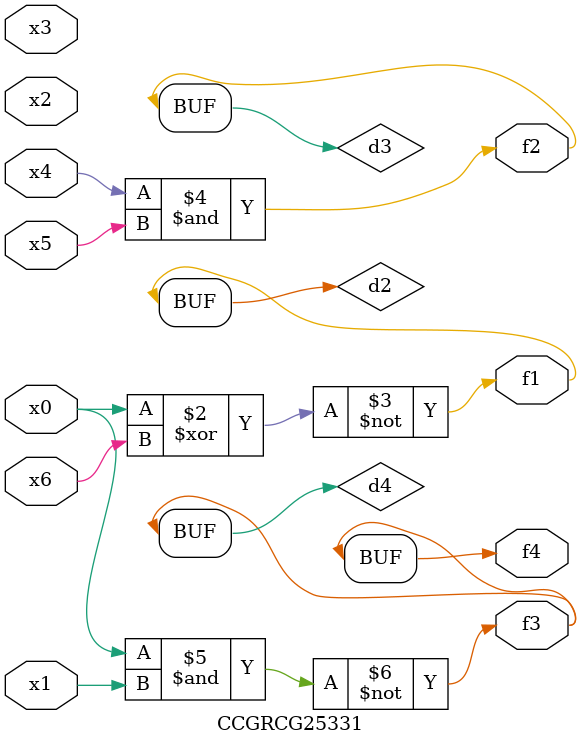
<source format=v>
module CCGRCG25331(
	input x0, x1, x2, x3, x4, x5, x6,
	output f1, f2, f3, f4
);

	wire d1, d2, d3, d4;

	nor (d1, x0);
	xnor (d2, x0, x6);
	and (d3, x4, x5);
	nand (d4, x0, x1);
	assign f1 = d2;
	assign f2 = d3;
	assign f3 = d4;
	assign f4 = d4;
endmodule

</source>
